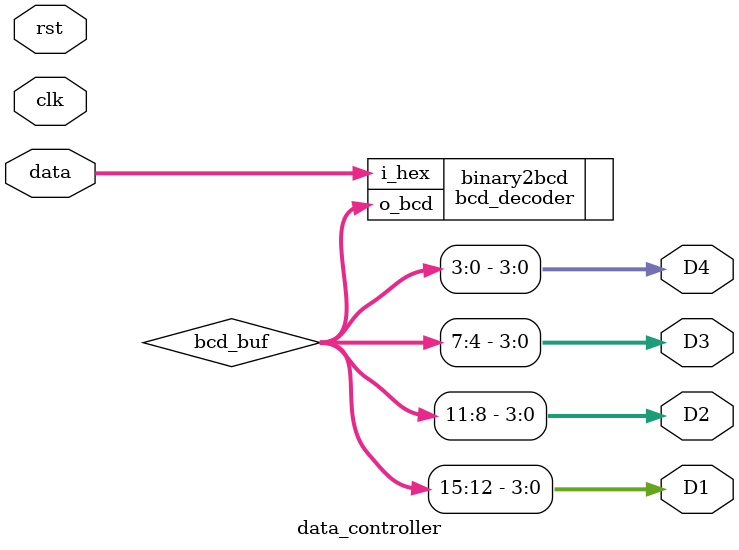
<source format=v>
`timescale 1ns / 1ps

// ==============================================================================
// 										  Define Module
// ==============================================================================
module data_controller(
		clk,// In
		rst,// In
		data,// In
		D1,// Output digit here
		D2,// Out
		D3,// Out
		D4// Out
);

// ==============================================================================
// 									   Port Declarations
// ==============================================================================
			input			 clk;
			input			 rst;
			input [15:0] data;//x/y/z_final //when test acc: six 0, one sign, nine magnitude bits. 
			
			output [3:0] D1;
			output [3:0] D2;
			output [3:0] D3;
			output [3:0] D4;
   
// ==============================================================================
// 						     Parameters, Registers, and Wires
// ==============================================================================
			wire [19:0]  bcd_buf;

// ==============================================================================
// 										Implementation
// ==============================================================================

			
			bcd_decoder binary2bcd(
					.i_hex(data[15:0]),// x/y/z_Final output of degree in binary, 360 maximum
					.o_bcd(bcd_buf)// 
			);
			
			assign D1 =  bcd_buf[15:12];
			
			assign D2 =  bcd_buf[11:8];//
			
			assign D3 =  bcd_buf[7:4];//  
			
			assign D4 =  bcd_buf[3:0];//   
			

   
endmodule

</source>
